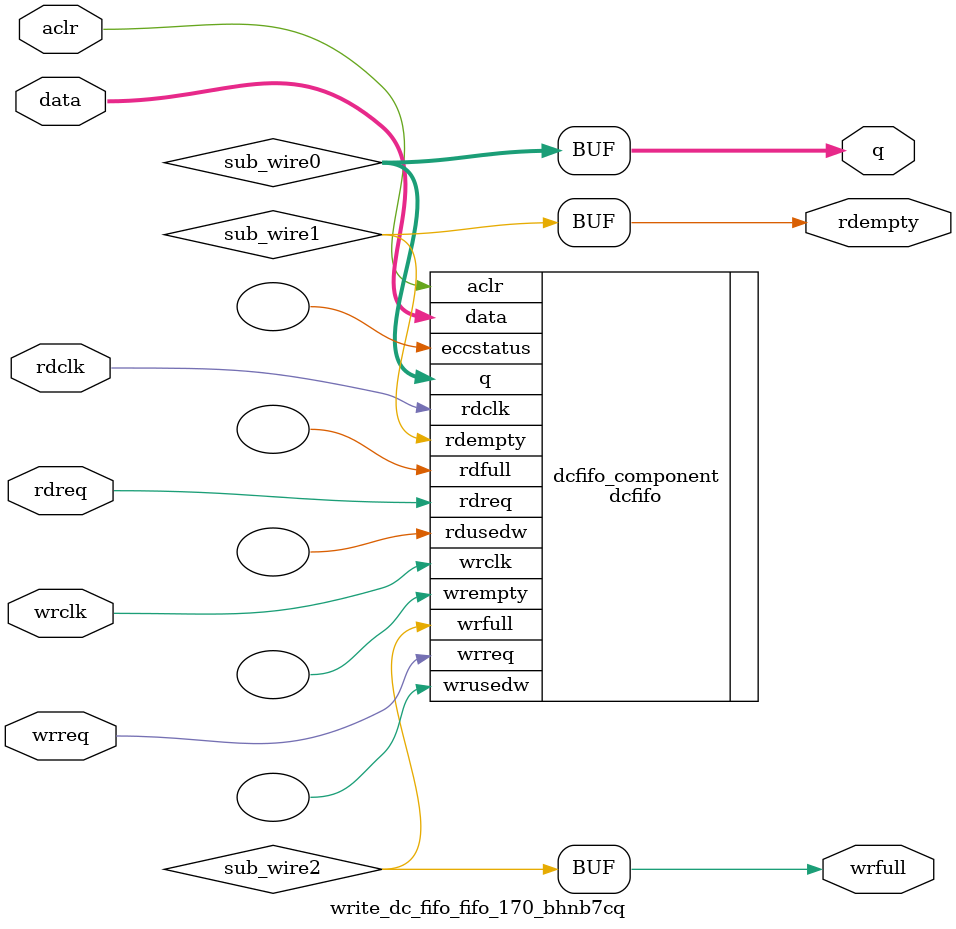
<source format=v>



`timescale 1 ps / 1 ps
// synopsys translate_on
module  write_dc_fifo_fifo_170_bhnb7cq  (
    aclr,
    data,
    rdclk,
    rdreq,
    wrclk,
    wrreq,
    q,
    rdempty,
    wrfull);

    input    aclr;
    input  [109:0]  data;
    input    rdclk;
    input    rdreq;
    input    wrclk;
    input    wrreq;
    output [109:0]  q;
    output   rdempty;
    output   wrfull;
`ifndef ALTERA_RESERVED_QIS
// synopsys translate_off
`endif
    tri0     aclr;
`ifndef ALTERA_RESERVED_QIS
// synopsys translate_on
`endif

    wire [109:0] sub_wire0;
    wire  sub_wire1;
    wire  sub_wire2;
    wire [109:0] q = sub_wire0[109:0];
    wire  rdempty = sub_wire1;
    wire  wrfull = sub_wire2;

    dcfifo  dcfifo_component (
                .aclr (aclr),
                .data (data),
                .rdclk (rdclk),
                .rdreq (rdreq),
                .wrclk (wrclk),
                .wrreq (wrreq),
                .q (sub_wire0),
                .rdempty (sub_wire1),
                .wrfull (sub_wire2),
                .eccstatus (),
                .rdfull (),
                .rdusedw (),
                .wrempty (),
                .wrusedw ());
    defparam
        dcfifo_component.enable_ecc  = "FALSE",
        dcfifo_component.intended_device_family  = "Arria 10",
        dcfifo_component.lpm_hint  = "DISABLE_DCFIFO_EMBEDDED_TIMING_CONSTRAINT=TRUE",
        dcfifo_component.lpm_numwords  = 64,
        dcfifo_component.lpm_showahead  = "OFF",
        dcfifo_component.lpm_type  = "dcfifo",
        dcfifo_component.lpm_width  = 110,
        dcfifo_component.lpm_widthu  = 6,
        dcfifo_component.overflow_checking  = "ON",
        dcfifo_component.rdsync_delaypipe  = 4,
        dcfifo_component.read_aclr_synch  = "ON",
        dcfifo_component.underflow_checking  = "ON",
        dcfifo_component.use_eab  = "ON",
        dcfifo_component.write_aclr_synch  = "OFF",
        dcfifo_component.wrsync_delaypipe  = 4;


endmodule



</source>
